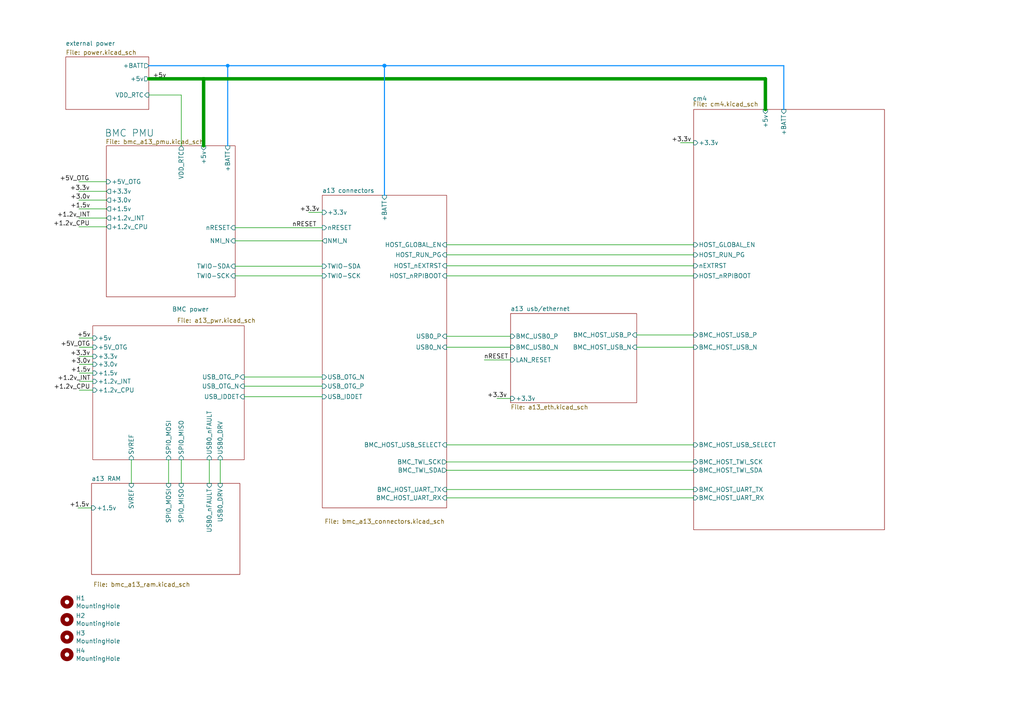
<source format=kicad_sch>
(kicad_sch (version 20211123) (generator eeschema)
  (paper "A4")
  (title_block (title "srvant-board MK1") (date "2021-07-14") (rev "rev-0.1dev"))
  (lib_symbols
    (symbol "Mechanical:MountingHole"
      (property "Reference" "H" (at 0 5.08 0))
      (property "Value" "MountingHole" (at 0 3.175 0))
      (symbol "MountingHole_0_1"
        (circle (center 0 0) (radius 1.27) (stroke (width 1.27)))
      )
    )
  )
  (junction (at 66.04 19.05) (diameter 0.9144) (color 6 142 255 1))
  (junction (at 59.055 22.86) (diameter 0.9144))
  (junction (at 111.506 19.05) (diameter 1) (color 6 142 255 1))
  (wire (pts (xy 59.055 22.86) (xy 59.055 42.291)) (stroke (width 1)))
  (wire (pts (xy 52.578 133.35) (xy 52.578 140.208)))
  (wire (pts (xy 22.86 65.786) (xy 30.861 65.786)))
  (wire (pts (xy 68.199 69.85) (xy 93.472 69.85)))
  (wire (pts (xy 201.168 144.399) (xy 129.54 144.399)))
  (wire (pts (xy 140.462 104.394) (xy 148.082 104.394)))
  (wire (pts (xy 52.578 27.559) (xy 43.18 27.559)))
  (wire (pts (xy 52.578 27.559) (xy 52.578 42.291)))
  (wire (pts (xy 22.86 55.499) (xy 30.861 55.499)))
  (wire (pts (xy 22.987 98.044) (xy 26.924 98.044)))
  (wire (pts (xy 70.866 112.014) (xy 93.472 112.014)))
  (wire (pts (xy 197.358 41.402) (xy 201.168 41.402)))
  (wire (pts (xy 43.18 22.86) (xy 59.055 22.86)) (stroke (width 1)))
  (wire (pts (xy 59.055 22.86) (xy 221.996 22.86)) (stroke (width 1)))
  (wire (pts (xy 221.996 22.86) (xy 221.996 31.75)) (stroke (width 1)))
  (wire (pts (xy 22.86 58.039) (xy 30.861 58.039)))
  (wire (pts (xy 129.54 100.711) (xy 148.082 100.711)))
  (wire (pts (xy 66.04 19.05) (xy 66.04 42.291)) (stroke (width 0.3) (color 6 142 255 1)))
  (wire (pts (xy 70.866 109.347) (xy 93.472 109.347)))
  (wire (pts (xy 60.706 133.35) (xy 60.706 140.208)))
  (wire (pts (xy 201.168 136.398) (xy 129.54 136.398)))
  (wire (pts (xy 184.658 97.155) (xy 201.168 97.155)))
  (wire (pts (xy 22.987 103.378) (xy 26.924 103.378)))
  (wire (pts (xy 70.866 115.062) (xy 93.472 115.062)))
  (wire (pts (xy 129.54 133.985) (xy 201.168 133.985)))
  (wire (pts (xy 129.54 97.536) (xy 148.082 97.536)))
  (wire (pts (xy 68.199 77.216) (xy 93.472 77.216)))
  (wire (pts (xy 22.86 60.579) (xy 30.861 60.579)))
  (wire (pts (xy 22.987 105.664) (xy 26.924 105.664)))
  (wire (pts (xy 22.86 63.246) (xy 30.861 63.246)))
  (wire (pts (xy 129.54 80.01) (xy 201.168 80.01)))
  (wire (pts (xy 22.987 110.617) (xy 26.924 110.617)))
  (wire (pts (xy 129.54 70.993) (xy 201.168 70.993)))
  (wire (pts (xy 93.472 66.04) (xy 68.199 66.04)))
  (wire (pts (xy 89.535 61.595) (xy 93.472 61.595)))
  (wire (pts (xy 63.881 133.35) (xy 63.881 140.208)))
  (wire (pts (xy 144.145 115.57) (xy 148.082 115.57)))
  (wire (pts (xy 201.168 129.032) (xy 129.54 129.032)))
  (wire (pts (xy 22.987 100.711) (xy 26.924 100.711)))
  (wire (pts (xy 129.54 77.089) (xy 201.168 77.089)))
  (wire (pts (xy 22.86 52.705) (xy 30.861 52.705)))
  (wire (pts (xy 111.506 19.05) (xy 111.506 56.642)) (stroke (width 0.3) (color 6 142 255 1)))
  (wire (pts (xy 129.54 141.986) (xy 201.168 141.986)))
  (wire (pts (xy 48.895 133.35) (xy 48.895 140.208)))
  (wire (pts (xy 22.987 108.204) (xy 26.924 108.204)))
  (wire (pts (xy 184.658 100.711) (xy 201.168 100.711)))
  (wire (pts (xy 38.1 133.35) (xy 38.1 140.208)))
  (wire (pts (xy 43.18 19.05) (xy 66.04 19.05)) (stroke (width 0.3) (color 6 142 255 1)))
  (wire (pts (xy 66.04 19.05) (xy 111.506 19.05)) (stroke (width 0.3) (color 6 142 255 1)))
  (wire (pts (xy 111.506 19.05) (xy 227.33 19.05)) (stroke (width 0.3) (color 6 142 255 1)))
  (wire (pts (xy 227.33 19.05) (xy 227.33 31.75)) (stroke (width 0.3) (color 6 142 255 1)))
  (wire (pts (xy 22.606 147.32) (xy 26.543 147.32)))
  (wire (pts (xy 129.54 73.914) (xy 201.168 73.914)))
  (wire (pts (xy 68.199 80.01) (xy 93.472 80.01)))
  (wire (pts (xy 22.987 113.157) (xy 26.924 113.157)))
  (label "+5v" (at 26.289 98.044 180))
  (label "+3.3v" (at 200.533 41.402 180))
  (label "+3.0v" (at 26.289 105.664 180))
  (label "+5v" (at 48.26 22.86 180))
  (label "+3.0v" (at 26.162 58.039 180))
  (label "+3.3v" (at 147.066 115.57 180))
  (label "+3.3v" (at 26.162 103.378 180))
  (label "+1.2v_CPU" (at 26.162 113.157 180))
  (label "+1.5v" (at 25.908 147.32 180))
  (label "+1.2v_CPU" (at 26.035 65.786 180))
  (label "+1.5v" (at 26.289 108.204 180))
  (label "+1.2v_INT" (at 26.289 110.617 180))
  (label "+3.3v" (at 92.71 61.595 180))
  (label "nRESET" (at 91.821 66.04 180))
  (label "+5V_OTG" (at 25.908 52.705 180))
  (label "+5V_OTG" (at 26.162 100.711 180))
  (label "+1.2v_INT" (at 26.162 63.246 180))
  (label "+1.5v" (at 26.162 60.579 180))
  (label "nRESET" (at 147.447 104.394 180))
  (label "+3.3v" (at 26.035 55.499 180))
  (symbol (lib_id "Mechanical:MountingHole") (at 19.431 179.705 0) (unit 1)
    (property "Reference" "H2" (at 21.971 178.562 0) (effects (justify left)))
    (property "Value" "MountingHole" (at 21.971 180.848 0) (effects (justify left)))
    (property "Footprint" "MountingHole:MountingHole_2.7mm_M2.5" (effects hide))
    (property "Datasheet" "~{}" (effects hide))
    (property "Field4" "nf" (effects hide))
    (property "Field5" "nf" (effects hide))
    (property "Field6" "nf" (effects hide))
    (property "Field7" "nf" (effects hide))
    (property "Part Description" "M2.5 mounting hole" (effects hide))
  )
  (symbol (lib_id "Mechanical:MountingHole") (at 19.431 184.785 0) (unit 1)
    (property "Reference" "H3" (at 21.971 183.642 0) (effects (justify left)))
    (property "Value" "MountingHole" (at 21.971 185.928 0) (effects (justify left)))
    (property "Footprint" "MountingHole:MountingHole_2.7mm_M2.5" (effects hide))
    (property "Datasheet" "~{}" (effects hide))
    (property "Field4" "nf" (effects hide))
    (property "Field5" "nf" (effects hide))
    (property "Field6" "nf" (effects hide))
    (property "Field7" "nf" (effects hide))
    (property "Part Description" "M2.5 mounting hole" (effects hide))
  )
  (symbol (lib_id "Mechanical:MountingHole") (at 19.431 189.865 0) (unit 1)
    (property "Reference" "H4" (at 21.971 188.722 0) (effects (justify left)))
    (property "Value" "MountingHole" (at 21.971 191.008 0) (effects (justify left)))
    (property "Footprint" "MountingHole:MountingHole_2.7mm_M2.5" (effects hide))
    (property "Datasheet" "~{}" (effects hide))
    (property "Field4" "nf" (effects hide))
    (property "Field5" "nf" (effects hide))
    (property "Field6" "nf" (effects hide))
    (property "Field7" "nf" (effects hide))
    (property "Part Description" "M2.5 mounting hole" (effects hide))
  )
  (symbol (lib_id "Mechanical:MountingHole") (at 19.431 174.625 0) (unit 1)
    (property "Reference" "H1" (at 21.971 173.482 0) (effects (justify left)))
    (property "Value" "MountingHole" (at 21.971 175.768 0) (effects (justify left)))
    (property "Footprint" "MountingHole:MountingHole_2.7mm_M2.5" (effects hide))
    (property "Datasheet" "~{}" (effects hide))
    (property "Field4" "nf" (effects hide))
    (property "Field5" "nf" (effects hide))
    (property "Field6" "nf" (effects hide))
    (property "Field7" "nf" (effects hide))
    (property "Part Description" "M2.5 mounting hole" (effects hide))
  )
  (sheet (at 19.05 16.51) (size 24.13 15.24) (stroke (width 0.0006))
    (property "Sheet name" "external power" (at 19.05 13.3343 0) (effects (justify left bottom)))
    (property "Sheet file" "power.kicad_sch" (at 19.05 14.4787 0) (effects (justify left top)))
    (pin "+5v" output (at 43.18 22.86 0))
    (pin "+BATT" output (at 43.18 19.05 0))
    (pin "VDD_RTC" input (at 43.18 27.559 0))
  )
  (sheet (at 93.472 56.642) (size 36.068 90.678) (stroke (width 0.0006))
    (property "Sheet name" "a13 connectors" (at 93.472 56.0063 0) (effects (justify left bottom)))
    (property "Sheet file" "bmc_a13_connectors.kicad_sch" (at 94.107 150.4957 0) (effects (justify left top)))
    (pin "+BATT" input (at 111.506 56.642 90))
    (pin "+3.3v" input (at 93.472 61.595 180))
    (pin "USB0_N" input (at 129.54 100.711 0))
    (pin "BMC_HOST_USB_SELECT" input (at 129.54 129.032 0))
    (pin "USB_IDDET" input (at 93.472 115.062 180))
    (pin "TWI0-SCK" input (at 93.472 80.01 180))
    (pin "TWIO-SDA" input (at 93.472 77.216 180))
    (pin "USB_OTG_P" input (at 93.472 112.014 180))
    (pin "USB_OTG_N" input (at 93.472 109.347 180))
    (pin "USB0_P" input (at 129.54 97.536 0))
    (pin "BMC_HOST_UART_RX" input (at 129.54 144.399 0))
    (pin "BMC_HOST_UART_TX" input (at 129.54 141.986 0))
    (pin "NMI_N" output (at 93.472 69.85 180))
    (pin "BMC_TWI_SDA" output (at 129.54 136.398 0))
    (pin "BMC_TWI_SCK" output (at 129.54 133.985 0))
    (pin "HOST_GLOBAL_EN" input (at 129.54 70.993 0))
    (pin "HOST_RUN_PG" input (at 129.54 73.914 0))
    (pin "HOST_nEXTRST" input (at 129.54 77.089 0))
    (pin "HOST_nRPIBOOT" input (at 129.54 80.01 0))
    (pin "nRESET" input (at 93.472 66.04 180))
  )
  (sheet (at 26.924 94.488) (size 43.942 38.862) (stroke (width 0.0006))
    (property "Sheet name" "BMC power" (at 49.911 90.4233 0) (effects (justify left bottom)))
    (property "Sheet file" "a13_pwr.kicad_sch" (at 51.308 92.2027 0) (effects (justify left top)))
    (pin "SVREF" input (at 38.1 133.35 270))
    (pin "+3.3v" input (at 26.924 103.378 180))
    (pin "+1.5v" input (at 26.924 108.204 180))
    (pin "+3.0v" input (at 26.924 105.664 180))
    (pin "+1.2v_INT" input (at 26.924 110.617 180))
    (pin "+1.2v_CPU" input (at 26.924 113.157 180))
    (pin "USB_OTG_P" input (at 70.866 109.347 0))
    (pin "USB_OTG_N" input (at 70.866 112.014 0))
    (pin "USB_IDDET" input (at 70.866 115.062 0))
    (pin "+5V_OTG" input (at 26.924 100.711 180))
    (pin "+5v" input (at 26.924 98.044 180))
    (pin "USB0_DRV" input (at 63.881 133.35 270))
    (pin "SPI0_MISO" input (at 52.578 133.35 270))
    (pin "SPI0_MOSI" input (at 48.895 133.35 270))
    (pin "USB0_nFAULT" input (at 60.706 133.35 270))
  )
  (sheet (at 30.861 42.291) (size 37.338 43.815) (stroke (width 0.0006))
    (property "Sheet name" "BMC PMU" (at 30.353 39.7503 0) (effects (font (size 2 2)) (justify left bottom)))
    (property "Sheet file" "bmc_a13_pmu.kicad_sch" (at 30.607 40.3867 0) (effects (justify left top)))
    (pin "+5v" input (at 59.055 42.291 90))
    (pin "+1.5v" output (at 30.861 60.579 180))
    (pin "+3.0v" output (at 30.861 58.039 180))
    (pin "+1.2v_INT" output (at 30.861 63.246 180))
    (pin "+3.3v" output (at 30.861 55.499 180))
    (pin "+1.2v_CPU" output (at 30.861 65.786 180))
    (pin "TWIO-SDA" input (at 68.199 77.216 0))
    (pin "TWI0-SCK" input (at 68.199 80.01 0))
    (pin "NMI_N" input (at 68.199 69.85 0))
    (pin "+BATT" input (at 66.04 42.291 90))
    (pin "VDD_RTC" output (at 52.578 42.291 90))
    (pin "+5V_OTG" input (at 30.861 52.705 180))
    (pin "nRESET" input (at 68.199 66.04 0))
  )
  (sheet (at 148.082 90.932) (size 36.576 25.908) (stroke (width 0.0006))
    (property "Sheet name" "a13 usb/ethernet" (at 148.082 90.2963 0) (effects (justify left bottom)))
    (property "Sheet file" "a13_eth.kicad_sch" (at 148.082 117.3487 0) (effects (justify left top)))
    (pin "+3.3v" input (at 148.082 115.57 180))
    (pin "BMC_USB0_P" input (at 148.082 97.536 180))
    (pin "BMC_USB0_N" input (at 148.082 100.711 180))
    (pin "LAN_RESET" input (at 148.082 104.394 180))
    (pin "BMC_HOST_USB_P" input (at 184.658 97.155 0))
    (pin "BMC_HOST_USB_N" input (at 184.658 100.711 0))
  )
  (sheet (at 26.543 140.208) (size 43.053 26.416) (stroke (width 0.0006))
    (property "Sheet name" "a13 RAM" (at 26.543 139.5723 0) (effects (justify left bottom)))
    (property "Sheet file" "bmc_a13_ram.kicad_sch" (at 27.051 168.7837 0) (effects (justify left top)))
    (pin "SPI0_MISO" input (at 52.578 140.208 90))
    (pin "SPI0_MOSI" input (at 48.895 140.208 90))
    (pin "+1.5v" input (at 26.543 147.32 180))
    (pin "SVREF" input (at 38.1 140.208 90))
    (pin "USB0_DRV" input (at 63.881 140.208 90))
    (pin "USB0_nFAULT" input (at 60.706 140.208 90))
  )
  (sheet (at 201.168 31.75) (size 55.372 121.92) (stroke (width 0.0006))
    (property "Sheet name" "cm4" (at 200.914 29.3363 0) (effects (justify left bottom)))
    (property "Sheet file" "cm4.kicad_sch" (at 200.914 29.4647 0) (effects (justify left top)))
    (pin "HOST_nRPIBOOT" input (at 201.168 80.01 180))
    (pin "BMC_HOST_USB_N" input (at 201.168 100.711 180))
    (pin "BMC_HOST_USB_P" input (at 201.168 97.155 180))
    (pin "+BATT" input (at 227.33 31.75 90))
    (pin "HOST_GLOBAL_EN" input (at 201.168 70.993 180))
    (pin "+5v" input (at 221.996 31.75 90))
    (pin "BMC_HOST_USB_SELECT" input (at 201.168 129.032 180))
    (pin "BMC_HOST_UART_RX" input (at 201.168 144.399 180))
    (pin "BMC_HOST_TWI_SDA" input (at 201.168 136.398 180))
    (pin "BMC_HOST_UART_TX" input (at 201.168 141.986 180))
    (pin "HOST_RUN_PG" input (at 201.168 73.914 180))
    (pin "BMC_HOST_TWI_SCK" input (at 201.168 133.985 180))
    (pin "nEXTRST" input (at 201.168 77.089 180))
    (pin "+3.3v" input (at 201.168 41.402 180))
  )
)
</source>
